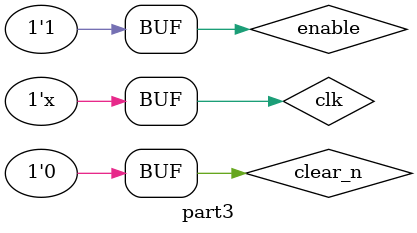
<source format=v>
`timescale 1ns / 1ps


module part3(

    );
    reg clk;
    reg clear_n;
    reg enable;
    wire [7:0]q;
    integer i;
    
    t_8_cnt my_counter(.clk(clk), .enable(enable), .clear_n(clear_n), .q(q));
    
    always #1 clk = !clk;
    
    initial
    begin
        clk =0;
        enable = 1;
        clear_n = 0;
        #80;
        clk =0;
        enable = 0;
        clear_n = 1;
        #20
        clear_n = 0;
        clk = 0; 
        enable = 1;
        clear_n = 1;
        #1
        clear_n = 0;
        #5;
    end
endmodule

</source>
